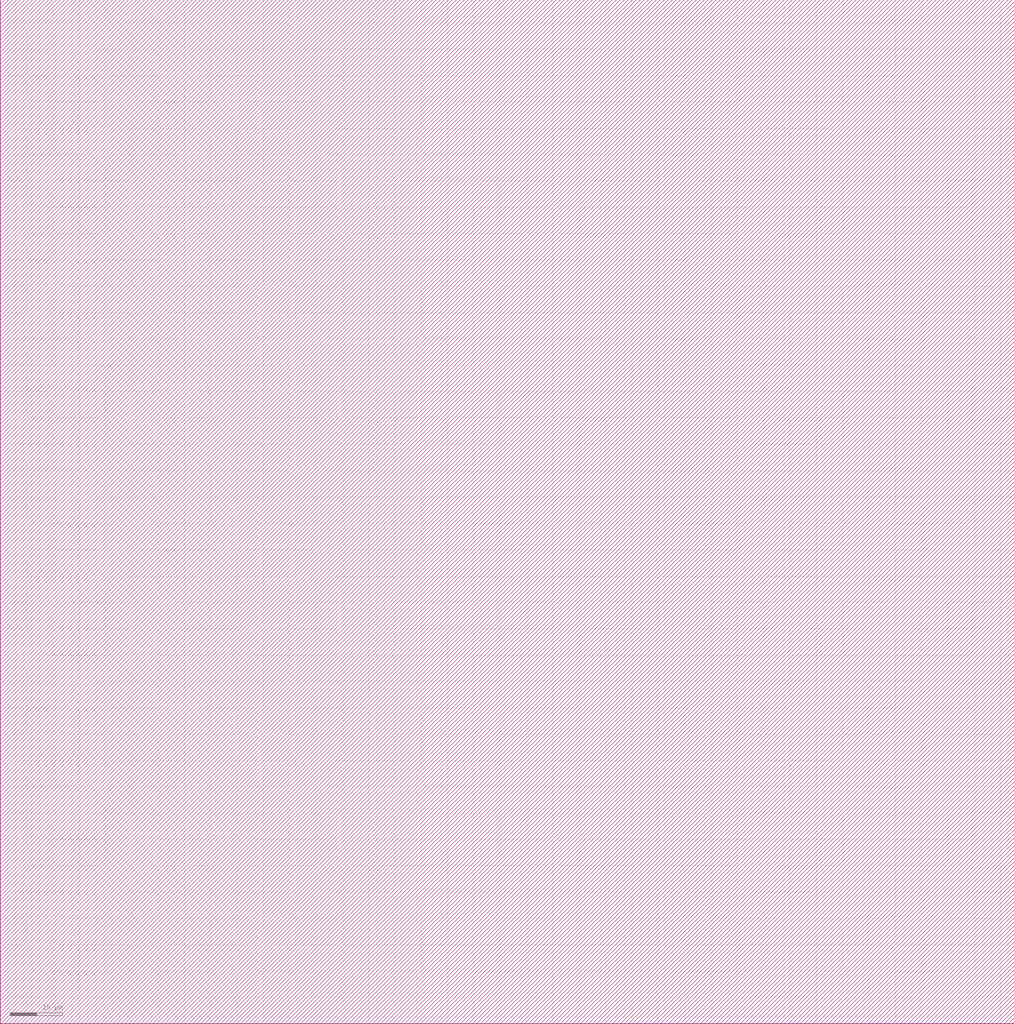
<source format=lef>
VERSION 5.6 ;

BUSBITCHARS "[]" ;

DIVIDERCHAR "/" ;

UNITS
    DATABASE MICRONS 1000 ;
END UNITS

MANUFACTURINGGRID 0.005000 ; 

CLEARANCEMEASURE EUCLIDEAN ; 

USEMINSPACING OBS ON ; 

SITE CoreSite
    CLASS CORE ;
    SIZE 0.600000 BY 0.300000 ;
END CoreSite

LAYER li
   TYPE ROUTING ;
   DIRECTION VERTICAL ;
   MINWIDTH 0.300000 ;
   AREA 0.056250 ;
   WIDTH 0.300000 ;
   SPACINGTABLE
      PARALLELRUNLENGTH 0.0
      WIDTH 0.0 0.225000 ;
   PITCH 0.600000 0.600000 ;
END li

LAYER mcon
    TYPE CUT ;
    SPACING 0.225000 ;
    WIDTH 0.300000 ;
    ENCLOSURE ABOVE 0.075000 0.075000 ;
    ENCLOSURE BELOW 0.000000 0.000000 ;
END mcon

LAYER met1
   TYPE ROUTING ;
   DIRECTION HORIZONTAL ;
   MINWIDTH 0.150000 ;
   AREA 0.084375 ;
   WIDTH 0.150000 ;
   SPACINGTABLE
      PARALLELRUNLENGTH 0.0
      WIDTH 0.0 0.150000 ;
   PITCH 0.300000 0.300000 ;
END met1

LAYER v1
    TYPE CUT ;
    SPACING 0.075000 ;
    WIDTH 0.300000 ;
    ENCLOSURE ABOVE 0.075000 0.075000 ;
    ENCLOSURE BELOW 0.075000 0.075000 ;
END v1

LAYER met2
   TYPE ROUTING ;
   DIRECTION VERTICAL ;
   MINWIDTH 0.150000 ;
   AREA 0.073125 ;
   WIDTH 0.150000 ;
   SPACINGTABLE
      PARALLELRUNLENGTH 0.0
      WIDTH 0.0 0.150000 ;
   PITCH 0.300000 0.300000 ;
END met2

LAYER v2
    TYPE CUT ;
    SPACING 0.150000 ;
    WIDTH 0.300000 ;
    ENCLOSURE ABOVE 0.075000 0.075000 ;
    ENCLOSURE BELOW 0.075000 0.000000 ;
END v2

LAYER met3
   TYPE ROUTING ;
   DIRECTION HORIZONTAL ;
   MINWIDTH 0.300000 ;
   AREA 0.241875 ;
   WIDTH 0.300000 ;
   SPACINGTABLE
      PARALLELRUNLENGTH 0.0
      WIDTH 0.0 0.300000 ;
   PITCH 0.600000 0.600000 ;
END met3

LAYER v3
    TYPE CUT ;
    SPACING 0.150000 ;
    WIDTH 0.450000 ;
    ENCLOSURE ABOVE 0.075000 0.075000 ;
    ENCLOSURE BELOW 0.075000 0.000000 ;
END v3

LAYER met4
   TYPE ROUTING ;
   DIRECTION VERTICAL ;
   MINWIDTH 0.300000 ;
   AREA 0.241875 ;
   WIDTH 0.300000 ;
   SPACINGTABLE
      PARALLELRUNLENGTH 0.0
      WIDTH 0.0 0.300000 ;
   PITCH 0.600000 0.600000 ;
END met4

LAYER v4
    TYPE CUT ;
    SPACING 0.450000 ;
    WIDTH 1.200000 ;
    ENCLOSURE ABOVE 0.150000 0.150000 ;
    ENCLOSURE BELOW 0.000000 0.000000 ;
END v4

LAYER met5
   TYPE ROUTING ;
   DIRECTION HORIZONTAL ;
   MINWIDTH 1.650000 ;
   AREA 4.005000 ;
   WIDTH 1.650000 ;
   SPACINGTABLE
      PARALLELRUNLENGTH 0.0
      WIDTH 0.0 1.650000 ;
   PITCH 3.300000 3.300000 ;
END met5

LAYER OVERLAP
   TYPE OVERLAP ;
END OVERLAP

VIA mcon_C DEFAULT
   LAYER li ;
     RECT -0.150000 -0.150000 0.150000 0.150000 ;
   LAYER mcon ;
     RECT -0.150000 -0.150000 0.150000 0.150000 ;
   LAYER met1 ;
     RECT -0.225000 -0.225000 0.225000 0.225000 ;
END mcon_C

VIA v1_C DEFAULT
   LAYER met1 ;
     RECT -0.225000 -0.225000 0.225000 0.225000 ;
   LAYER v1 ;
     RECT -0.150000 -0.150000 0.150000 0.150000 ;
   LAYER met2 ;
     RECT -0.225000 -0.225000 0.225000 0.225000 ;
END v1_C

VIA v2_C DEFAULT
   LAYER met2 ;
     RECT -0.150000 -0.225000 0.150000 0.225000 ;
   LAYER v2 ;
     RECT -0.150000 -0.150000 0.150000 0.150000 ;
   LAYER met3 ;
     RECT -0.225000 -0.225000 0.225000 0.225000 ;
END v2_C

VIA v2_Ch
   LAYER met2 ;
     RECT -0.225000 -0.150000 0.225000 0.150000 ;
   LAYER v2 ;
     RECT -0.150000 -0.150000 0.150000 0.150000 ;
   LAYER met3 ;
     RECT -0.225000 -0.225000 0.225000 0.225000 ;
END v2_Ch

VIA v2_Cv
   LAYER met2 ;
     RECT -0.150000 -0.225000 0.150000 0.225000 ;
   LAYER v2 ;
     RECT -0.150000 -0.150000 0.150000 0.150000 ;
   LAYER met3 ;
     RECT -0.225000 -0.225000 0.225000 0.225000 ;
END v2_Cv

VIA v3_C DEFAULT
   LAYER met3 ;
     RECT -0.300000 -0.225000 0.300000 0.225000 ;
   LAYER v3 ;
     RECT -0.225000 -0.225000 0.225000 0.225000 ;
   LAYER met4 ;
     RECT -0.300000 -0.300000 0.300000 0.300000 ;
END v3_C

VIA v3_Ch
   LAYER met3 ;
     RECT -0.300000 -0.225000 0.300000 0.225000 ;
   LAYER v3 ;
     RECT -0.225000 -0.225000 0.225000 0.225000 ;
   LAYER met4 ;
     RECT -0.300000 -0.300000 0.300000 0.300000 ;
END v3_Ch

VIA v3_Cv
   LAYER met3 ;
     RECT -0.300000 -0.225000 0.300000 0.225000 ;
   LAYER v3 ;
     RECT -0.225000 -0.225000 0.225000 0.225000 ;
   LAYER met4 ;
     RECT -0.300000 -0.300000 0.300000 0.300000 ;
END v3_Cv

VIA v4_C DEFAULT
   LAYER met4 ;
     RECT -0.600000 -0.600000 0.600000 0.600000 ;
   LAYER v4 ;
     RECT -0.600000 -0.600000 0.600000 0.600000 ;
   LAYER met5 ;
     RECT -0.750000 -0.750000 0.750000 0.750000 ;
END v4_C

MACRO _0_0std_0_0cells_0_0AND2X1
    CLASS CORE ;
    FOREIGN _0_0std_0_0cells_0_0AND2X1 0.000000 0.000000 ;
    ORIGIN 0.000000 0.000000 ;
    SIZE 4.200000 BY 4.200000 ;
    SYMMETRY X Y ;
    SITE CoreSite ;
    PIN A
        DIRECTION INPUT ;
        USE SIGNAL ;
        PORT
        LAYER li ;
        RECT 1.200000 3.600000 1.500000 3.900000 ;
        RECT 1.275000 3.375000 1.875000 3.600000 ;
        RECT 1.875000 3.375000 2.100000 3.600000 ;
        RECT 2.100000 3.375000 2.175000 3.600000 ;
        END
        ANTENNAGATEAREA 0.202500 ;
    END A
    PIN B
        DIRECTION INPUT ;
        USE SIGNAL ;
        PORT
        LAYER li ;
        RECT 0.600000 0.300000 0.900000 0.600000 ;
        RECT 0.675000 0.600000 1.275000 0.825000 ;
        RECT 1.275000 0.600000 1.500000 0.825000 ;
        RECT 1.500000 0.600000 1.575000 0.825000 ;
        END
        ANTENNAGATEAREA 0.202500 ;
    END B
    PIN Y
        DIRECTION OUTPUT ;
        USE SIGNAL ;
        PORT
        LAYER li ;
        RECT 2.850000 3.000000 3.900000 3.225000 ;
        RECT 2.850000 2.850000 3.075000 3.000000 ;
        RECT 2.850000 2.625000 3.075000 2.850000 ;
        RECT 2.850000 1.725000 3.075000 2.625000 ;
        RECT 2.850000 1.500000 3.075000 1.725000 ;
        RECT 2.850000 1.425000 3.075000 1.500000 ;
        RECT 3.600000 3.225000 3.900000 3.300000 ;
        END
        ANTENNADIFFAREA 0.393750 ;
    END Y
    PIN Vdd
        DIRECTION INPUT ;
        USE POWER ;
        PORT
        LAYER li ;
        RECT 1.275000 2.850000 1.500000 2.925000 ;
        RECT 1.275000 2.625000 1.500000 2.850000 ;
        RECT 1.275000 2.550000 1.500000 2.625000 ;
        RECT 2.325000 2.850000 2.550000 2.925000 ;
        RECT 2.325000 2.625000 2.550000 2.850000 ;
        RECT 2.325000 2.550000 2.550000 2.625000 ;
        LAYER mcon ;
        RECT 1.275000 2.625000 1.500000 2.850000 ;
        RECT 2.325000 2.625000 2.550000 2.850000 ;
        LAYER met1 ;
        RECT 1.200000 2.850000 2.625000 2.925000 ;
        RECT 1.200000 2.625000 1.275000 2.850000 ;
        RECT 1.200000 2.550000 2.625000 2.625000 ;
        RECT 1.275000 2.625000 1.500000 2.850000 ;
        RECT 1.500000 2.625000 2.325000 2.850000 ;
        RECT 2.325000 2.625000 2.550000 2.850000 ;
        RECT 2.550000 2.625000 2.625000 2.850000 ;
        END
        ANTENNADIFFAREA 0.450000 ;
    END Vdd
    PIN GND
        DIRECTION INPUT ;
        USE GROUND ;
        PORT
        LAYER li ;
        RECT 2.325000 1.425000 2.550000 1.650000 ;
        RECT 2.325000 1.200000 2.550000 1.425000 ;
        RECT 2.325000 0.975000 2.400000 1.200000 ;
        RECT 2.325000 0.900000 2.700000 0.975000 ;
        RECT 2.325000 1.650000 2.550000 1.725000 ;
        RECT 2.400000 0.975000 2.625000 1.200000 ;
        RECT 2.625000 0.975000 2.700000 1.200000 ;
        LAYER mcon ;
        RECT 2.400000 0.975000 2.625000 1.200000 ;
        LAYER met1 ;
        RECT 2.325000 1.200000 2.700000 1.275000 ;
        RECT 2.325000 0.975000 2.400000 1.200000 ;
        RECT 2.325000 0.900000 2.700000 0.975000 ;
        RECT 2.400000 0.975000 2.625000 1.200000 ;
        RECT 2.625000 0.975000 2.700000 1.200000 ;
        END
        ANTENNADIFFAREA 0.258750 ;
    END GND
    OBS
        LAYER li ;
        RECT 1.275000 2.025000 1.500000 2.100000 ;
        RECT 1.275000 1.800000 1.500000 2.025000 ;
        RECT 1.275000 1.725000 1.500000 1.800000 ;
        RECT 1.275000 1.500000 1.500000 1.725000 ;
        RECT 1.275000 1.425000 1.500000 1.500000 ;
        RECT 1.800000 2.625000 2.025000 2.700000 ;
        RECT 1.800000 2.400000 2.025000 2.625000 ;
        RECT 1.800000 2.025000 2.025000 2.400000 ;
        RECT 1.800000 1.800000 2.025000 2.025000 ;
        RECT 1.800000 1.725000 2.025000 1.800000 ;
        RECT 3.375000 2.025000 3.600000 2.100000 ;
        RECT 3.375000 1.800000 3.600000 2.025000 ;
        RECT 3.375000 1.725000 3.600000 1.800000 ;
        LAYER met1 ;
        RECT 1.200000 2.025000 3.675000 2.100000 ;
        RECT 1.200000 1.800000 1.275000 2.025000 ;
        RECT 1.200000 1.725000 3.675000 1.800000 ;
        RECT 1.275000 1.800000 1.500000 2.025000 ;
        RECT 1.500000 1.800000 1.800000 2.025000 ;
        RECT 1.800000 1.800000 2.025000 2.025000 ;
        RECT 2.025000 1.800000 3.375000 2.025000 ;
        RECT 3.375000 1.800000 3.600000 2.025000 ;
        RECT 3.600000 1.800000 3.675000 2.025000 ;
    END
END _0_0std_0_0cells_0_0AND2X1

MACRO welltap_svt
    CLASS CORE WELLTAP ;
    FOREIGN welltap_svt 0.000000 0.000000 ;
    ORIGIN 0.000000 0.000000 ;
    SIZE 1.200000 BY 2.100000 ;
    SYMMETRY X Y ;
    SITE CoreSite ;
    PIN Vdd
        DIRECTION INPUT ;
        USE POWER ;
        PORT
        LAYER li ;
        RECT 0.525000 1.725000 0.900000 1.800000 ;
        RECT 0.525000 1.500000 0.600000 1.725000 ;
        RECT 0.525000 1.425000 0.900000 1.500000 ;
        RECT 0.600000 1.500000 0.825000 1.725000 ;
        RECT 0.825000 1.500000 0.900000 1.725000 ;
        LAYER mcon ;
        RECT 0.600000 1.500000 0.825000 1.725000 ;
        LAYER met1 ;
        RECT 0.525000 1.725000 0.900000 1.800000 ;
        RECT 0.525000 1.500000 0.600000 1.725000 ;
        RECT 0.525000 1.425000 0.900000 1.500000 ;
        RECT 0.600000 1.500000 0.825000 1.725000 ;
        RECT 0.825000 1.500000 0.900000 1.725000 ;
        END
    END Vdd
    PIN GND
        DIRECTION INPUT ;
        USE GROUND ;
        PORT
        LAYER li ;
        RECT 0.525000 0.525000 0.900000 0.600000 ;
        RECT 0.525000 0.300000 0.600000 0.525000 ;
        RECT 0.525000 0.225000 0.900000 0.300000 ;
        RECT 0.600000 0.300000 0.825000 0.525000 ;
        RECT 0.825000 0.300000 0.900000 0.525000 ;
        LAYER mcon ;
        RECT 0.600000 0.300000 0.825000 0.525000 ;
        LAYER met1 ;
        RECT 0.525000 0.525000 0.900000 0.600000 ;
        RECT 0.525000 0.300000 0.600000 0.525000 ;
        RECT 0.525000 0.225000 0.900000 0.300000 ;
        RECT 0.600000 0.300000 0.825000 0.525000 ;
        RECT 0.825000 0.300000 0.900000 0.525000 ;
        END
    END GND
END welltap_svt

MACRO circuitppnp
   CLASS CORE ;
   FOREIGN circuitppnp 0.000000 0.000000 ;
   ORIGIN 0.000000 0.000000 ; 
   SIZE 192.600000 BY 194.400000 ; 
   SYMMETRY X Y ;
   SITE CoreSite ;
END circuitppnp

MACRO circuitwell
   CLASS CORE ;
   FOREIGN circuitwell 0.000000 0.000000 ;
   ORIGIN 0.000000 0.000000 ; 
   SIZE 192.600000 BY 194.400000 ; 
   SYMMETRY X Y ;
   SITE CoreSite ;
END circuitwell


</source>
